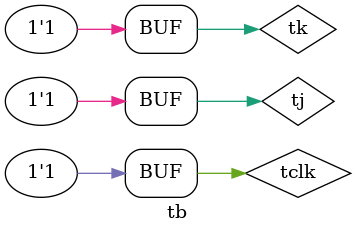
<source format=v>
`timescale 1ns / 1ps

//JK Flipflop Module
module jkff(j,k,clk,q,qb);
	input j,k,clk;
	output q,qb;
	reg q,qb;	
	always@(posedge clk)	
	begin	
		if(j==0 & k==0)		
			q=q;		
		else if(j==0 & k==1)
			q=0;		
		else if(j==1 & k==0)
			q=1;
		else 		
			q=~q;					
		qb=~q;
	end
endmodule

//Testbench Module
module tb();
	reg tj,tk,tclk;
	wire tq,tqb;
	jkff uut(.j(tj),.k(tk),.clk(tclk),.q(tq),.qb(tqb));
	initial
	begin
		tclk=0; tj=0; tk=0; #10;
		tclk=1; tj=0; tk=0; #10;
		tclk=0; tj=0; tk=1; #10;
		tclk=1; tj=0; tk=1; #10;
		tclk=0; tj=1; tk=0; #10;
		tclk=1; tj=1; tk=0; #10;
		tclk=0; tj=1; tk=1; #10;
		tclk=1; tj=1; tk=1; #10;
	end
endmodule

</source>
